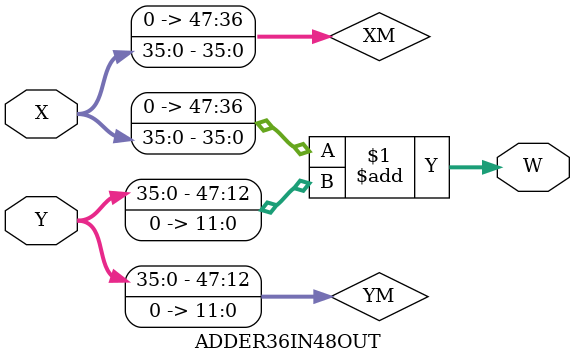
<source format=v>
`timescale 1ns / 1ps

// MODULE FOR ADDER INPUT BIT LENGTH IS 36 & OUTPUT BIT LENGTHIS 48
module ADDER36IN48OUT(input [35:0]X, input [35:0]Y, output [47:0]W);
wire [47:0]XM = { 12'b0,X };
wire [47:0]YM = { Y,12'b0};
assign W = XM + YM;
endmodule
</source>
